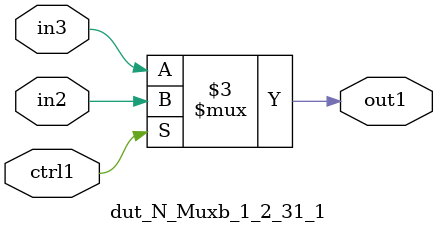
<source format=v>

`timescale 1ps / 1ps


module dut_N_Muxb_1_2_31_1( in3, in2, ctrl1, out1 );

    input in3;
    input in2;
    input ctrl1;
    output out1;
    reg out1;

    
    // rtl_process:dut_N_Muxb_1_2_31_1/dut_N_Muxb_1_2_31_1_thread_1
    always @*
      begin : dut_N_Muxb_1_2_31_1_thread_1
        case (ctrl1) 
          1'b1: 
            begin
              out1 = in2;
            end
          default: 
            begin
              out1 = in3;
            end
        endcase
      end

endmodule



</source>
